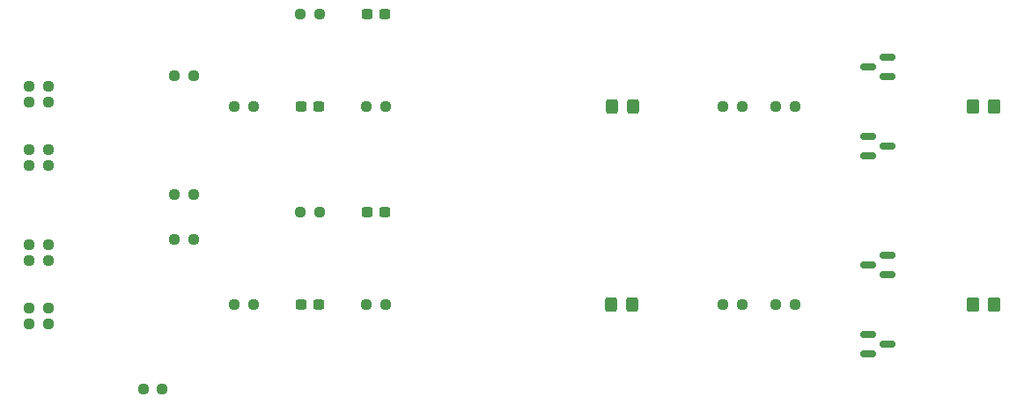
<source format=gbp>
%TF.GenerationSoftware,KiCad,Pcbnew,6.0.9+dfsg-1*%
%TF.CreationDate,2022-12-03T23:10:23+00:00*%
%TF.ProjectId,Token_Ring_MAU,546f6b65-6e5f-4526-996e-675f4d41552e,rev?*%
%TF.SameCoordinates,Original*%
%TF.FileFunction,Paste,Bot*%
%TF.FilePolarity,Positive*%
%FSLAX46Y46*%
G04 Gerber Fmt 4.6, Leading zero omitted, Abs format (unit mm)*
G04 Created by KiCad (PCBNEW 6.0.9+dfsg-1) date 2022-12-03 23:10:23*
%MOMM*%
%LPD*%
G01*
G04 APERTURE LIST*
G04 Aperture macros list*
%AMRoundRect*
0 Rectangle with rounded corners*
0 $1 Rounding radius*
0 $2 $3 $4 $5 $6 $7 $8 $9 X,Y pos of 4 corners*
0 Add a 4 corners polygon primitive as box body*
4,1,4,$2,$3,$4,$5,$6,$7,$8,$9,$2,$3,0*
0 Add four circle primitives for the rounded corners*
1,1,$1+$1,$2,$3*
1,1,$1+$1,$4,$5*
1,1,$1+$1,$6,$7*
1,1,$1+$1,$8,$9*
0 Add four rect primitives between the rounded corners*
20,1,$1+$1,$2,$3,$4,$5,0*
20,1,$1+$1,$4,$5,$6,$7,0*
20,1,$1+$1,$6,$7,$8,$9,0*
20,1,$1+$1,$8,$9,$2,$3,0*%
G04 Aperture macros list end*
%ADD10RoundRect,0.237500X0.250000X0.237500X-0.250000X0.237500X-0.250000X-0.237500X0.250000X-0.237500X0*%
%ADD11RoundRect,0.250000X-0.350000X-0.450000X0.350000X-0.450000X0.350000X0.450000X-0.350000X0.450000X0*%
%ADD12RoundRect,0.237500X-0.250000X-0.237500X0.250000X-0.237500X0.250000X0.237500X-0.250000X0.237500X0*%
%ADD13RoundRect,0.150000X0.587500X0.150000X-0.587500X0.150000X-0.587500X-0.150000X0.587500X-0.150000X0*%
%ADD14RoundRect,0.237500X-0.300000X-0.237500X0.300000X-0.237500X0.300000X0.237500X-0.300000X0.237500X0*%
%ADD15RoundRect,0.150000X-0.587500X-0.150000X0.587500X-0.150000X0.587500X0.150000X-0.587500X0.150000X0*%
%ADD16RoundRect,0.250000X-0.325000X-0.450000X0.325000X-0.450000X0.325000X0.450000X-0.325000X0.450000X0*%
G04 APERTURE END LIST*
D10*
X104267500Y-81557000D03*
X102442500Y-81557000D03*
X104267500Y-73937000D03*
X102442500Y-73937000D03*
X115212500Y-95504000D03*
X113387500Y-95504000D03*
X104267500Y-89177000D03*
X102442500Y-89177000D03*
D11*
X193160000Y-68290000D03*
X195160000Y-68290000D03*
D12*
X122127500Y-68290000D03*
X123952500Y-68290000D03*
D13*
X184937500Y-82580000D03*
X184937500Y-84480000D03*
X183062500Y-83530000D03*
D14*
X128527500Y-87340000D03*
X130252500Y-87340000D03*
D10*
X104267500Y-83081000D03*
X102442500Y-83081000D03*
X130302500Y-59400000D03*
X128477500Y-59400000D03*
D13*
X184937500Y-63530000D03*
X184937500Y-65430000D03*
X183062500Y-64480000D03*
D10*
X104267500Y-66317000D03*
X102442500Y-66317000D03*
X104267500Y-72413000D03*
X102442500Y-72413000D03*
X176022500Y-68290000D03*
X174197500Y-68290000D03*
X104267500Y-87653000D03*
X102442500Y-87653000D03*
D15*
X183062500Y-73050000D03*
X183062500Y-71150000D03*
X184937500Y-72100000D03*
D12*
X122127500Y-87340000D03*
X123952500Y-87340000D03*
D16*
X158360000Y-87340000D03*
X160410000Y-87340000D03*
D11*
X193160000Y-87340000D03*
X195160000Y-87340000D03*
D10*
X130302500Y-78450000D03*
X128477500Y-78450000D03*
D14*
X128527500Y-68290000D03*
X130252500Y-68290000D03*
D10*
X170942500Y-87340000D03*
X169117500Y-87340000D03*
X104267500Y-67841000D03*
X102442500Y-67841000D03*
X176022500Y-87340000D03*
X174197500Y-87340000D03*
X118232500Y-65301000D03*
X116407500Y-65301000D03*
D12*
X134827500Y-87340000D03*
X136652500Y-87340000D03*
D10*
X118232500Y-76731000D03*
X116407500Y-76731000D03*
X170942500Y-68290000D03*
X169117500Y-68290000D03*
D12*
X134827500Y-68290000D03*
X136652500Y-68290000D03*
D14*
X134877500Y-78450000D03*
X136602500Y-78450000D03*
D10*
X118232500Y-81049000D03*
X116407500Y-81049000D03*
D15*
X183062500Y-92100000D03*
X183062500Y-90200000D03*
X184937500Y-91150000D03*
D14*
X134877500Y-59400000D03*
X136602500Y-59400000D03*
D16*
X158475000Y-68300000D03*
X160525000Y-68300000D03*
M02*

</source>
